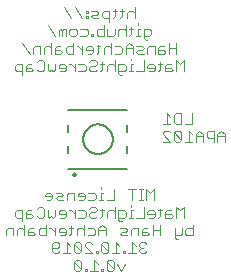
<source format=gbr>
G04 EAGLE Gerber RS-274X export*
G75*
%MOMM*%
%FSLAX34Y34*%
%LPD*%
%INSilkscreen Bottom*%
%IPPOS*%
%AMOC8*
5,1,8,0,0,1.08239X$1,22.5*%
G01*
%ADD10C,0.076200*%
%ADD11C,0.127000*%
%ADD12C,0.200000*%


D10*
X47193Y-51619D02*
X47193Y-42373D01*
X44111Y-45455D01*
X41029Y-42373D01*
X41029Y-51619D01*
X37985Y-51619D02*
X34903Y-51619D01*
X36444Y-51619D02*
X36444Y-42373D01*
X37985Y-42373D02*
X34903Y-42373D01*
X28765Y-42373D02*
X28765Y-51619D01*
X31847Y-42373D02*
X25683Y-42373D01*
X13431Y-42373D02*
X13431Y-51619D01*
X7267Y-51619D01*
X4223Y-45455D02*
X2682Y-45455D01*
X2682Y-51619D01*
X4223Y-51619D02*
X1141Y-51619D01*
X2682Y-42373D02*
X2682Y-40832D01*
X-3457Y-45455D02*
X-8079Y-45455D01*
X-3457Y-45455D02*
X-1916Y-46996D01*
X-1916Y-50078D01*
X-3457Y-51619D01*
X-8079Y-51619D01*
X-12664Y-51619D02*
X-15746Y-51619D01*
X-12664Y-51619D02*
X-11123Y-50078D01*
X-11123Y-46996D01*
X-12664Y-45455D01*
X-15746Y-45455D01*
X-17287Y-46996D01*
X-17287Y-48537D01*
X-11123Y-48537D01*
X-20331Y-51619D02*
X-20331Y-45455D01*
X-24954Y-45455D01*
X-26495Y-46996D01*
X-26495Y-51619D01*
X-29539Y-51619D02*
X-34162Y-51619D01*
X-35703Y-50078D01*
X-34162Y-48537D01*
X-31080Y-48537D01*
X-29539Y-46996D01*
X-31080Y-45455D01*
X-35703Y-45455D01*
X-40288Y-51619D02*
X-43370Y-51619D01*
X-40288Y-51619D02*
X-38747Y-50078D01*
X-38747Y-46996D01*
X-40288Y-45455D01*
X-43370Y-45455D01*
X-44911Y-46996D01*
X-44911Y-48537D01*
X-38747Y-48537D01*
X72515Y-57373D02*
X72515Y-66619D01*
X69433Y-60455D02*
X72515Y-57373D01*
X69433Y-60455D02*
X66351Y-57373D01*
X66351Y-66619D01*
X61766Y-60455D02*
X58684Y-60455D01*
X57143Y-61996D01*
X57143Y-66619D01*
X61766Y-66619D01*
X63307Y-65078D01*
X61766Y-63537D01*
X57143Y-63537D01*
X52558Y-65078D02*
X52558Y-58914D01*
X52558Y-65078D02*
X51017Y-66619D01*
X51017Y-60455D02*
X54099Y-60455D01*
X46419Y-66619D02*
X43337Y-66619D01*
X46419Y-66619D02*
X47960Y-65078D01*
X47960Y-61996D01*
X46419Y-60455D01*
X43337Y-60455D01*
X41796Y-61996D01*
X41796Y-63537D01*
X47960Y-63537D01*
X38753Y-66619D02*
X38753Y-57373D01*
X38753Y-66619D02*
X32589Y-66619D01*
X29545Y-60455D02*
X28004Y-60455D01*
X28004Y-66619D01*
X29545Y-66619D02*
X26463Y-66619D01*
X28004Y-57373D02*
X28004Y-55832D01*
X20324Y-69701D02*
X18783Y-69701D01*
X17242Y-68160D01*
X17242Y-60455D01*
X21865Y-60455D01*
X23406Y-61996D01*
X23406Y-65078D01*
X21865Y-66619D01*
X17242Y-66619D01*
X14198Y-66619D02*
X14198Y-57373D01*
X12657Y-60455D02*
X14198Y-61996D01*
X12657Y-60455D02*
X9575Y-60455D01*
X8034Y-61996D01*
X8034Y-66619D01*
X3449Y-65078D02*
X3449Y-58914D01*
X3449Y-65078D02*
X1909Y-66619D01*
X1909Y-60455D02*
X4990Y-60455D01*
X-5771Y-57373D02*
X-7312Y-58914D01*
X-5771Y-57373D02*
X-2689Y-57373D01*
X-1148Y-58914D01*
X-1148Y-60455D01*
X-2689Y-61996D01*
X-5771Y-61996D01*
X-7312Y-63537D01*
X-7312Y-65078D01*
X-5771Y-66619D01*
X-2689Y-66619D01*
X-1148Y-65078D01*
X-11897Y-60455D02*
X-16520Y-60455D01*
X-11897Y-60455D02*
X-10356Y-61996D01*
X-10356Y-65078D01*
X-11897Y-66619D01*
X-16520Y-66619D01*
X-19564Y-66619D02*
X-19564Y-60455D01*
X-19564Y-63537D02*
X-22646Y-60455D01*
X-24187Y-60455D01*
X-28778Y-66619D02*
X-31860Y-66619D01*
X-28778Y-66619D02*
X-27237Y-65078D01*
X-27237Y-61996D01*
X-28778Y-60455D01*
X-31860Y-60455D01*
X-33401Y-61996D01*
X-33401Y-63537D01*
X-27237Y-63537D01*
X-36445Y-65078D02*
X-36445Y-60455D01*
X-36445Y-65078D02*
X-37986Y-66619D01*
X-39527Y-65078D01*
X-41068Y-66619D01*
X-42609Y-65078D01*
X-42609Y-60455D01*
X-50276Y-57373D02*
X-51817Y-58914D01*
X-50276Y-57373D02*
X-47194Y-57373D01*
X-45653Y-58914D01*
X-45653Y-65078D01*
X-47194Y-66619D01*
X-50276Y-66619D01*
X-51817Y-65078D01*
X-56402Y-60455D02*
X-59484Y-60455D01*
X-61024Y-61996D01*
X-61024Y-66619D01*
X-56402Y-66619D01*
X-54861Y-65078D01*
X-56402Y-63537D01*
X-61024Y-63537D01*
X-64068Y-60455D02*
X-64068Y-69701D01*
X-64068Y-60455D02*
X-68691Y-60455D01*
X-70232Y-61996D01*
X-70232Y-65078D01*
X-68691Y-66619D01*
X-64068Y-66619D01*
X80188Y-72373D02*
X80188Y-81619D01*
X75565Y-81619D01*
X74024Y-80078D01*
X74024Y-76996D01*
X75565Y-75455D01*
X80188Y-75455D01*
X70980Y-75455D02*
X70980Y-80078D01*
X69439Y-81619D01*
X64816Y-81619D01*
X64816Y-83160D02*
X64816Y-75455D01*
X64816Y-83160D02*
X66357Y-84701D01*
X67898Y-84701D01*
X52564Y-81619D02*
X52564Y-72373D01*
X52564Y-76996D02*
X46400Y-76996D01*
X46400Y-72373D02*
X46400Y-81619D01*
X41816Y-75455D02*
X38734Y-75455D01*
X37193Y-76996D01*
X37193Y-81619D01*
X41816Y-81619D01*
X43356Y-80078D01*
X41816Y-78537D01*
X37193Y-78537D01*
X34149Y-81619D02*
X34149Y-75455D01*
X29526Y-75455D01*
X27985Y-76996D01*
X27985Y-81619D01*
X24941Y-81619D02*
X20318Y-81619D01*
X18777Y-80078D01*
X20318Y-78537D01*
X23400Y-78537D01*
X24941Y-76996D01*
X23400Y-75455D01*
X18777Y-75455D01*
X6525Y-75455D02*
X6525Y-81619D01*
X6525Y-75455D02*
X3443Y-72373D01*
X361Y-75455D01*
X361Y-81619D01*
X361Y-76996D02*
X6525Y-76996D01*
X-4224Y-75455D02*
X-8847Y-75455D01*
X-4224Y-75455D02*
X-2683Y-76996D01*
X-2683Y-80078D01*
X-4224Y-81619D01*
X-8847Y-81619D01*
X-11891Y-81619D02*
X-11891Y-72373D01*
X-13432Y-75455D02*
X-11891Y-76996D01*
X-13432Y-75455D02*
X-16514Y-75455D01*
X-18055Y-76996D01*
X-18055Y-81619D01*
X-22639Y-80078D02*
X-22639Y-73914D01*
X-22639Y-80078D02*
X-24180Y-81619D01*
X-24180Y-75455D02*
X-21098Y-75455D01*
X-28778Y-81619D02*
X-31860Y-81619D01*
X-28778Y-81619D02*
X-27237Y-80078D01*
X-27237Y-76996D01*
X-28778Y-75455D01*
X-31860Y-75455D01*
X-33401Y-76996D01*
X-33401Y-78537D01*
X-27237Y-78537D01*
X-36445Y-81619D02*
X-36445Y-75455D01*
X-36445Y-78537D02*
X-39527Y-75455D01*
X-41068Y-75455D01*
X-44118Y-72373D02*
X-44118Y-81619D01*
X-48741Y-81619D01*
X-50282Y-80078D01*
X-50282Y-76996D01*
X-48741Y-75455D01*
X-44118Y-75455D01*
X-54867Y-75455D02*
X-57949Y-75455D01*
X-59490Y-76996D01*
X-59490Y-81619D01*
X-54867Y-81619D01*
X-53326Y-80078D01*
X-54867Y-78537D01*
X-59490Y-78537D01*
X-62534Y-81619D02*
X-62534Y-72373D01*
X-64075Y-75455D02*
X-62534Y-76996D01*
X-64075Y-75455D02*
X-67157Y-75455D01*
X-68698Y-76996D01*
X-68698Y-81619D01*
X-71742Y-81619D02*
X-71742Y-75455D01*
X-76365Y-75455D01*
X-77906Y-76996D01*
X-77906Y-81619D01*
X39513Y-87373D02*
X41054Y-88914D01*
X39513Y-87373D02*
X36431Y-87373D01*
X34891Y-88914D01*
X34891Y-90455D01*
X36431Y-91996D01*
X37972Y-91996D01*
X36431Y-91996D02*
X34891Y-93537D01*
X34891Y-95078D01*
X36431Y-96619D01*
X39513Y-96619D01*
X41054Y-95078D01*
X31847Y-90455D02*
X28765Y-87373D01*
X28765Y-96619D01*
X31847Y-96619D02*
X25683Y-96619D01*
X22639Y-96619D02*
X22639Y-95078D01*
X21098Y-95078D01*
X21098Y-96619D01*
X22639Y-96619D01*
X18035Y-90455D02*
X14953Y-87373D01*
X14953Y-96619D01*
X18035Y-96619D02*
X11871Y-96619D01*
X8827Y-95078D02*
X8827Y-88914D01*
X7286Y-87373D01*
X4204Y-87373D01*
X2663Y-88914D01*
X2663Y-95078D01*
X4204Y-96619D01*
X7286Y-96619D01*
X8827Y-95078D01*
X2663Y-88914D01*
X-381Y-95078D02*
X-381Y-96619D01*
X-381Y-95078D02*
X-1922Y-95078D01*
X-1922Y-96619D01*
X-381Y-96619D01*
X-4985Y-96619D02*
X-11149Y-96619D01*
X-4985Y-96619D02*
X-11149Y-90455D01*
X-11149Y-88914D01*
X-9608Y-87373D01*
X-6526Y-87373D01*
X-4985Y-88914D01*
X-14193Y-88914D02*
X-14193Y-95078D01*
X-14193Y-88914D02*
X-15734Y-87373D01*
X-18816Y-87373D01*
X-20357Y-88914D01*
X-20357Y-95078D01*
X-18816Y-96619D01*
X-15734Y-96619D01*
X-14193Y-95078D01*
X-20357Y-88914D01*
X-23400Y-90455D02*
X-26482Y-87373D01*
X-26482Y-96619D01*
X-23400Y-96619D02*
X-29564Y-96619D01*
X-32608Y-95078D02*
X-34149Y-96619D01*
X-37231Y-96619D01*
X-38772Y-95078D01*
X-38772Y-88914D01*
X-37231Y-87373D01*
X-34149Y-87373D01*
X-32608Y-88914D01*
X-32608Y-90455D01*
X-34149Y-91996D01*
X-38772Y-91996D01*
X19557Y-111619D02*
X22639Y-105455D01*
X16475Y-105455D02*
X19557Y-111619D01*
X13431Y-110078D02*
X13431Y-103914D01*
X11890Y-102373D01*
X8808Y-102373D01*
X7267Y-103914D01*
X7267Y-110078D01*
X8808Y-111619D01*
X11890Y-111619D01*
X13431Y-110078D01*
X7267Y-103914D01*
X4223Y-110078D02*
X4223Y-111619D01*
X4223Y-110078D02*
X2682Y-110078D01*
X2682Y-111619D01*
X4223Y-111619D01*
X-381Y-105455D02*
X-3463Y-102373D01*
X-3463Y-111619D01*
X-381Y-111619D02*
X-6545Y-111619D01*
X-9589Y-111619D02*
X-9589Y-110078D01*
X-11130Y-110078D01*
X-11130Y-111619D01*
X-9589Y-111619D01*
X-14193Y-110078D02*
X-14193Y-103914D01*
X-15734Y-102373D01*
X-18816Y-102373D01*
X-20357Y-103914D01*
X-20357Y-110078D01*
X-18816Y-111619D01*
X-15734Y-111619D01*
X-14193Y-110078D01*
X-20357Y-103914D01*
X31079Y102381D02*
X31079Y111627D01*
X29538Y108545D02*
X31079Y107004D01*
X29538Y108545D02*
X26456Y108545D01*
X24915Y107004D01*
X24915Y102381D01*
X20330Y103922D02*
X20330Y110086D01*
X20330Y103922D02*
X18789Y102381D01*
X18789Y108545D02*
X21871Y108545D01*
X14192Y110086D02*
X14192Y103922D01*
X12651Y102381D01*
X12651Y108545D02*
X15733Y108545D01*
X9594Y108545D02*
X9594Y99299D01*
X9594Y108545D02*
X4971Y108545D01*
X3430Y107004D01*
X3430Y103922D01*
X4971Y102381D01*
X9594Y102381D01*
X386Y102381D02*
X-4237Y102381D01*
X-5778Y103922D01*
X-4237Y105463D01*
X-1155Y105463D01*
X386Y107004D01*
X-1155Y108545D01*
X-5778Y108545D01*
X-8821Y108545D02*
X-10362Y108545D01*
X-10362Y107004D01*
X-8821Y107004D01*
X-8821Y108545D01*
X-8821Y103922D02*
X-10362Y103922D01*
X-10362Y102381D01*
X-8821Y102381D01*
X-8821Y103922D01*
X-13425Y102381D02*
X-19589Y111627D01*
X-28797Y111627D02*
X-22633Y102381D01*
X40268Y84299D02*
X41809Y84299D01*
X40268Y84299D02*
X38727Y85840D01*
X38727Y93545D01*
X43350Y93545D01*
X44891Y92004D01*
X44891Y88922D01*
X43350Y87381D01*
X38727Y87381D01*
X35683Y93545D02*
X34142Y93545D01*
X34142Y87381D01*
X35683Y87381D02*
X32601Y87381D01*
X34142Y96627D02*
X34142Y98168D01*
X28004Y95086D02*
X28004Y88922D01*
X26463Y87381D01*
X26463Y93545D02*
X29545Y93545D01*
X23406Y96627D02*
X23406Y87381D01*
X23406Y92004D02*
X21865Y93545D01*
X18783Y93545D01*
X17242Y92004D01*
X17242Y87381D01*
X14198Y88922D02*
X14198Y93545D01*
X14198Y88922D02*
X12657Y87381D01*
X8034Y87381D01*
X8034Y93545D01*
X4990Y96627D02*
X4990Y87381D01*
X367Y87381D01*
X-1174Y88922D01*
X-1174Y92004D01*
X367Y93545D01*
X4990Y93545D01*
X-4217Y88922D02*
X-4217Y87381D01*
X-4217Y88922D02*
X-5758Y88922D01*
X-5758Y87381D01*
X-4217Y87381D01*
X-10362Y93545D02*
X-14985Y93545D01*
X-10362Y93545D02*
X-8821Y92004D01*
X-8821Y88922D01*
X-10362Y87381D01*
X-14985Y87381D01*
X-19570Y87381D02*
X-22652Y87381D01*
X-24193Y88922D01*
X-24193Y92004D01*
X-22652Y93545D01*
X-19570Y93545D01*
X-18029Y92004D01*
X-18029Y88922D01*
X-19570Y87381D01*
X-27237Y87381D02*
X-27237Y93545D01*
X-28778Y93545D01*
X-30319Y92004D01*
X-30319Y87381D01*
X-30319Y92004D02*
X-31860Y93545D01*
X-33401Y92004D01*
X-33401Y87381D01*
X-36445Y87381D02*
X-42609Y96627D01*
X66376Y81627D02*
X66376Y72381D01*
X66376Y77004D02*
X60212Y77004D01*
X60212Y81627D02*
X60212Y72381D01*
X55627Y78545D02*
X52545Y78545D01*
X51004Y77004D01*
X51004Y72381D01*
X55627Y72381D01*
X57168Y73922D01*
X55627Y75463D01*
X51004Y75463D01*
X47960Y72381D02*
X47960Y78545D01*
X43337Y78545D01*
X41796Y77004D01*
X41796Y72381D01*
X38753Y72381D02*
X34130Y72381D01*
X32589Y73922D01*
X34130Y75463D01*
X37212Y75463D01*
X38753Y77004D01*
X37212Y78545D01*
X32589Y78545D01*
X29545Y78545D02*
X29545Y72381D01*
X29545Y78545D02*
X26463Y81627D01*
X23381Y78545D01*
X23381Y72381D01*
X23381Y77004D02*
X29545Y77004D01*
X18796Y78545D02*
X14173Y78545D01*
X18796Y78545D02*
X20337Y77004D01*
X20337Y73922D01*
X18796Y72381D01*
X14173Y72381D01*
X11129Y72381D02*
X11129Y81627D01*
X9588Y78545D02*
X11129Y77004D01*
X9588Y78545D02*
X6506Y78545D01*
X4965Y77004D01*
X4965Y72381D01*
X380Y73922D02*
X380Y80086D01*
X380Y73922D02*
X-1161Y72381D01*
X-1161Y78545D02*
X1921Y78545D01*
X-5758Y72381D02*
X-8840Y72381D01*
X-5758Y72381D02*
X-4217Y73922D01*
X-4217Y77004D01*
X-5758Y78545D01*
X-8840Y78545D01*
X-10381Y77004D01*
X-10381Y75463D01*
X-4217Y75463D01*
X-13425Y72381D02*
X-13425Y78545D01*
X-13425Y75463D02*
X-16507Y78545D01*
X-18048Y78545D01*
X-21098Y81627D02*
X-21098Y72381D01*
X-25721Y72381D01*
X-27262Y73922D01*
X-27262Y77004D01*
X-25721Y78545D01*
X-21098Y78545D01*
X-31847Y78545D02*
X-34929Y78545D01*
X-36470Y77004D01*
X-36470Y72381D01*
X-31847Y72381D01*
X-30306Y73922D01*
X-31847Y75463D01*
X-36470Y75463D01*
X-39514Y72381D02*
X-39514Y81627D01*
X-41055Y78545D02*
X-39514Y77004D01*
X-41055Y78545D02*
X-44137Y78545D01*
X-45678Y77004D01*
X-45678Y72381D01*
X-48722Y72381D02*
X-48722Y78545D01*
X-53345Y78545D01*
X-54886Y77004D01*
X-54886Y72381D01*
X-57930Y72381D02*
X-64094Y81627D01*
X72515Y66627D02*
X72515Y57381D01*
X69433Y63545D02*
X72515Y66627D01*
X69433Y63545D02*
X66351Y66627D01*
X66351Y57381D01*
X61766Y63545D02*
X58684Y63545D01*
X57143Y62004D01*
X57143Y57381D01*
X61766Y57381D01*
X63307Y58922D01*
X61766Y60463D01*
X57143Y60463D01*
X52558Y58922D02*
X52558Y65086D01*
X52558Y58922D02*
X51017Y57381D01*
X51017Y63545D02*
X54099Y63545D01*
X46419Y57381D02*
X43337Y57381D01*
X46419Y57381D02*
X47960Y58922D01*
X47960Y62004D01*
X46419Y63545D01*
X43337Y63545D01*
X41796Y62004D01*
X41796Y60463D01*
X47960Y60463D01*
X38753Y57381D02*
X38753Y66627D01*
X38753Y57381D02*
X32589Y57381D01*
X29545Y63545D02*
X28004Y63545D01*
X28004Y57381D01*
X29545Y57381D02*
X26463Y57381D01*
X28004Y66627D02*
X28004Y68168D01*
X20324Y54299D02*
X18783Y54299D01*
X17242Y55840D01*
X17242Y63545D01*
X21865Y63545D01*
X23406Y62004D01*
X23406Y58922D01*
X21865Y57381D01*
X17242Y57381D01*
X14198Y57381D02*
X14198Y66627D01*
X12657Y63545D02*
X14198Y62004D01*
X12657Y63545D02*
X9575Y63545D01*
X8034Y62004D01*
X8034Y57381D01*
X3449Y58922D02*
X3449Y65086D01*
X3449Y58922D02*
X1909Y57381D01*
X1909Y63545D02*
X4990Y63545D01*
X-5771Y66627D02*
X-7312Y65086D01*
X-5771Y66627D02*
X-2689Y66627D01*
X-1148Y65086D01*
X-1148Y63545D01*
X-2689Y62004D01*
X-5771Y62004D01*
X-7312Y60463D01*
X-7312Y58922D01*
X-5771Y57381D01*
X-2689Y57381D01*
X-1148Y58922D01*
X-11897Y63545D02*
X-16520Y63545D01*
X-11897Y63545D02*
X-10356Y62004D01*
X-10356Y58922D01*
X-11897Y57381D01*
X-16520Y57381D01*
X-19564Y57381D02*
X-19564Y63545D01*
X-19564Y60463D02*
X-22646Y63545D01*
X-24187Y63545D01*
X-28778Y57381D02*
X-31860Y57381D01*
X-28778Y57381D02*
X-27237Y58922D01*
X-27237Y62004D01*
X-28778Y63545D01*
X-31860Y63545D01*
X-33401Y62004D01*
X-33401Y60463D01*
X-27237Y60463D01*
X-36445Y58922D02*
X-36445Y63545D01*
X-36445Y58922D02*
X-37986Y57381D01*
X-39527Y58922D01*
X-41068Y57381D01*
X-42609Y58922D01*
X-42609Y63545D01*
X-50276Y66627D02*
X-51817Y65086D01*
X-50276Y66627D02*
X-47194Y66627D01*
X-45653Y65086D01*
X-45653Y58922D01*
X-47194Y57381D01*
X-50276Y57381D01*
X-51817Y58922D01*
X-56402Y63545D02*
X-59484Y63545D01*
X-61024Y62004D01*
X-61024Y57381D01*
X-56402Y57381D01*
X-54861Y58922D01*
X-56402Y60463D01*
X-61024Y60463D01*
X-64068Y63545D02*
X-64068Y54299D01*
X-64068Y63545D02*
X-68691Y63545D01*
X-70232Y62004D01*
X-70232Y58922D01*
X-68691Y57381D01*
X-64068Y57381D01*
D11*
X-25000Y25000D02*
X25000Y25000D01*
X25000Y12000D02*
X25000Y6000D01*
X25000Y-25000D02*
X-25000Y-25000D01*
X-12500Y0D02*
X-12496Y302D01*
X-12485Y604D01*
X-12467Y905D01*
X-12442Y1206D01*
X-12409Y1507D01*
X-12369Y1806D01*
X-12322Y2104D01*
X-12267Y2402D01*
X-12206Y2697D01*
X-12137Y2991D01*
X-12061Y3284D01*
X-11978Y3574D01*
X-11888Y3863D01*
X-11791Y4149D01*
X-11688Y4433D01*
X-11577Y4714D01*
X-11460Y4992D01*
X-11336Y5268D01*
X-11205Y5540D01*
X-11068Y5809D01*
X-10925Y6075D01*
X-10775Y6337D01*
X-10618Y6596D01*
X-10456Y6850D01*
X-10287Y7101D01*
X-10113Y7347D01*
X-9932Y7590D01*
X-9746Y7827D01*
X-9554Y8061D01*
X-9356Y8289D01*
X-9153Y8513D01*
X-8945Y8731D01*
X-8731Y8945D01*
X-8513Y9153D01*
X-8289Y9356D01*
X-8061Y9554D01*
X-7827Y9746D01*
X-7590Y9932D01*
X-7347Y10113D01*
X-7101Y10287D01*
X-6850Y10456D01*
X-6596Y10618D01*
X-6337Y10775D01*
X-6075Y10925D01*
X-5809Y11068D01*
X-5540Y11205D01*
X-5268Y11336D01*
X-4992Y11460D01*
X-4714Y11577D01*
X-4433Y11688D01*
X-4149Y11791D01*
X-3863Y11888D01*
X-3574Y11978D01*
X-3284Y12061D01*
X-2991Y12137D01*
X-2697Y12206D01*
X-2402Y12267D01*
X-2104Y12322D01*
X-1806Y12369D01*
X-1507Y12409D01*
X-1206Y12442D01*
X-905Y12467D01*
X-604Y12485D01*
X-302Y12496D01*
X0Y12500D01*
X307Y12496D01*
X613Y12485D01*
X920Y12466D01*
X1225Y12440D01*
X1530Y12406D01*
X1834Y12365D01*
X2137Y12316D01*
X2439Y12260D01*
X2739Y12196D01*
X3037Y12125D01*
X3334Y12047D01*
X3629Y11962D01*
X3921Y11869D01*
X4211Y11769D01*
X4499Y11662D01*
X4784Y11548D01*
X5066Y11428D01*
X5344Y11300D01*
X5620Y11165D01*
X5892Y11024D01*
X6161Y10876D01*
X6426Y10722D01*
X6687Y10561D01*
X6945Y10393D01*
X7198Y10220D01*
X7446Y10040D01*
X7690Y9854D01*
X7930Y9663D01*
X8165Y9465D01*
X8394Y9262D01*
X8619Y9053D01*
X8839Y8839D01*
X9053Y8619D01*
X9262Y8394D01*
X9465Y8165D01*
X9663Y7930D01*
X9854Y7690D01*
X10040Y7446D01*
X10220Y7198D01*
X10393Y6945D01*
X10561Y6687D01*
X10722Y6426D01*
X10876Y6161D01*
X11024Y5892D01*
X11165Y5620D01*
X11300Y5344D01*
X11428Y5066D01*
X11548Y4784D01*
X11662Y4499D01*
X11769Y4211D01*
X11869Y3921D01*
X11962Y3629D01*
X12047Y3334D01*
X12125Y3037D01*
X12196Y2739D01*
X12260Y2439D01*
X12316Y2137D01*
X12365Y1834D01*
X12406Y1530D01*
X12440Y1225D01*
X12466Y920D01*
X12485Y613D01*
X12496Y307D01*
X12500Y0D01*
X12496Y-302D01*
X12485Y-604D01*
X12467Y-905D01*
X12442Y-1206D01*
X12409Y-1507D01*
X12369Y-1806D01*
X12322Y-2104D01*
X12267Y-2402D01*
X12206Y-2697D01*
X12137Y-2991D01*
X12061Y-3284D01*
X11978Y-3574D01*
X11888Y-3863D01*
X11791Y-4149D01*
X11688Y-4433D01*
X11577Y-4714D01*
X11460Y-4992D01*
X11336Y-5268D01*
X11205Y-5540D01*
X11068Y-5809D01*
X10925Y-6075D01*
X10775Y-6337D01*
X10618Y-6596D01*
X10456Y-6850D01*
X10287Y-7101D01*
X10113Y-7347D01*
X9932Y-7590D01*
X9746Y-7827D01*
X9554Y-8061D01*
X9356Y-8289D01*
X9153Y-8513D01*
X8945Y-8731D01*
X8731Y-8945D01*
X8513Y-9153D01*
X8289Y-9356D01*
X8061Y-9554D01*
X7827Y-9746D01*
X7590Y-9932D01*
X7347Y-10113D01*
X7101Y-10287D01*
X6850Y-10456D01*
X6596Y-10618D01*
X6337Y-10775D01*
X6075Y-10925D01*
X5809Y-11068D01*
X5540Y-11205D01*
X5268Y-11336D01*
X4992Y-11460D01*
X4714Y-11577D01*
X4433Y-11688D01*
X4149Y-11791D01*
X3863Y-11888D01*
X3574Y-11978D01*
X3284Y-12061D01*
X2991Y-12137D01*
X2697Y-12206D01*
X2402Y-12267D01*
X2104Y-12322D01*
X1806Y-12369D01*
X1507Y-12409D01*
X1206Y-12442D01*
X905Y-12467D01*
X604Y-12485D01*
X302Y-12496D01*
X0Y-12500D01*
X-302Y-12496D01*
X-604Y-12485D01*
X-905Y-12467D01*
X-1206Y-12442D01*
X-1507Y-12409D01*
X-1806Y-12369D01*
X-2104Y-12322D01*
X-2402Y-12267D01*
X-2697Y-12206D01*
X-2991Y-12137D01*
X-3284Y-12061D01*
X-3574Y-11978D01*
X-3863Y-11888D01*
X-4149Y-11791D01*
X-4433Y-11688D01*
X-4714Y-11577D01*
X-4992Y-11460D01*
X-5268Y-11336D01*
X-5540Y-11205D01*
X-5809Y-11068D01*
X-6075Y-10925D01*
X-6337Y-10775D01*
X-6596Y-10618D01*
X-6850Y-10456D01*
X-7101Y-10287D01*
X-7347Y-10113D01*
X-7590Y-9932D01*
X-7827Y-9746D01*
X-8061Y-9554D01*
X-8289Y-9356D01*
X-8513Y-9153D01*
X-8731Y-8945D01*
X-8945Y-8731D01*
X-9153Y-8513D01*
X-9356Y-8289D01*
X-9554Y-8061D01*
X-9746Y-7827D01*
X-9932Y-7590D01*
X-10113Y-7347D01*
X-10287Y-7101D01*
X-10456Y-6850D01*
X-10618Y-6596D01*
X-10775Y-6337D01*
X-10925Y-6075D01*
X-11068Y-5809D01*
X-11205Y-5540D01*
X-11336Y-5268D01*
X-11460Y-4992D01*
X-11577Y-4714D01*
X-11688Y-4433D01*
X-11791Y-4149D01*
X-11888Y-3863D01*
X-11978Y-3574D01*
X-12061Y-3284D01*
X-12137Y-2991D01*
X-12206Y-2697D01*
X-12267Y-2402D01*
X-12322Y-2104D01*
X-12369Y-1806D01*
X-12409Y-1507D01*
X-12442Y-1206D01*
X-12467Y-905D01*
X-12485Y-604D01*
X-12496Y-302D01*
X-12500Y0D01*
X-25000Y6000D02*
X-25000Y12000D01*
X25000Y-6000D02*
X25000Y-12000D01*
X-25000Y-12000D02*
X-25000Y-6000D01*
D12*
X-21000Y-30000D02*
X-20998Y-29937D01*
X-20992Y-29875D01*
X-20982Y-29813D01*
X-20969Y-29751D01*
X-20951Y-29691D01*
X-20930Y-29632D01*
X-20905Y-29574D01*
X-20876Y-29518D01*
X-20844Y-29464D01*
X-20809Y-29412D01*
X-20771Y-29363D01*
X-20729Y-29315D01*
X-20685Y-29271D01*
X-20637Y-29229D01*
X-20588Y-29191D01*
X-20536Y-29156D01*
X-20482Y-29124D01*
X-20426Y-29095D01*
X-20368Y-29070D01*
X-20309Y-29049D01*
X-20249Y-29031D01*
X-20187Y-29018D01*
X-20125Y-29008D01*
X-20063Y-29002D01*
X-20000Y-29000D01*
X-19937Y-29002D01*
X-19875Y-29008D01*
X-19813Y-29018D01*
X-19751Y-29031D01*
X-19691Y-29049D01*
X-19632Y-29070D01*
X-19574Y-29095D01*
X-19518Y-29124D01*
X-19464Y-29156D01*
X-19412Y-29191D01*
X-19363Y-29229D01*
X-19315Y-29271D01*
X-19271Y-29315D01*
X-19229Y-29363D01*
X-19191Y-29412D01*
X-19156Y-29464D01*
X-19124Y-29518D01*
X-19095Y-29574D01*
X-19070Y-29632D01*
X-19049Y-29691D01*
X-19031Y-29751D01*
X-19018Y-29813D01*
X-19008Y-29875D01*
X-19002Y-29937D01*
X-19000Y-30000D01*
X-19002Y-30063D01*
X-19008Y-30125D01*
X-19018Y-30187D01*
X-19031Y-30249D01*
X-19049Y-30309D01*
X-19070Y-30368D01*
X-19095Y-30426D01*
X-19124Y-30482D01*
X-19156Y-30536D01*
X-19191Y-30588D01*
X-19229Y-30637D01*
X-19271Y-30685D01*
X-19315Y-30729D01*
X-19363Y-30771D01*
X-19412Y-30809D01*
X-19464Y-30844D01*
X-19518Y-30876D01*
X-19574Y-30905D01*
X-19632Y-30930D01*
X-19691Y-30951D01*
X-19751Y-30969D01*
X-19813Y-30982D01*
X-19875Y-30992D01*
X-19937Y-30998D01*
X-20000Y-31000D01*
X-20063Y-30998D01*
X-20125Y-30992D01*
X-20187Y-30982D01*
X-20249Y-30969D01*
X-20309Y-30951D01*
X-20368Y-30930D01*
X-20426Y-30905D01*
X-20482Y-30876D01*
X-20536Y-30844D01*
X-20588Y-30809D01*
X-20637Y-30771D01*
X-20685Y-30729D01*
X-20729Y-30685D01*
X-20771Y-30637D01*
X-20809Y-30588D01*
X-20844Y-30536D01*
X-20876Y-30482D01*
X-20905Y-30426D01*
X-20930Y-30368D01*
X-20951Y-30309D01*
X-20969Y-30249D01*
X-20982Y-30187D01*
X-20992Y-30125D01*
X-20998Y-30063D01*
X-21000Y-30000D01*
D10*
X79743Y12881D02*
X79743Y22127D01*
X79743Y12881D02*
X73579Y12881D01*
X70535Y12881D02*
X70535Y22127D01*
X70535Y12881D02*
X65912Y12881D01*
X64371Y14422D01*
X64371Y20586D01*
X65912Y22127D01*
X70535Y22127D01*
X61327Y19045D02*
X58245Y22127D01*
X58245Y12881D01*
X61327Y12881D02*
X55163Y12881D01*
X107366Y4045D02*
X107366Y-2119D01*
X107366Y4045D02*
X104284Y7127D01*
X101202Y4045D01*
X101202Y-2119D01*
X101202Y2504D02*
X107366Y2504D01*
X98158Y-2119D02*
X98158Y7127D01*
X93535Y7127D01*
X91994Y5586D01*
X91994Y2504D01*
X93535Y963D01*
X98158Y963D01*
X88951Y-2119D02*
X88951Y4045D01*
X85869Y7127D01*
X82787Y4045D01*
X82787Y-2119D01*
X82787Y2504D02*
X88951Y2504D01*
X79743Y4045D02*
X76661Y7127D01*
X76661Y-2119D01*
X79743Y-2119D02*
X73579Y-2119D01*
X70535Y-578D02*
X70535Y5586D01*
X68994Y7127D01*
X65912Y7127D01*
X64371Y5586D01*
X64371Y-578D01*
X65912Y-2119D01*
X68994Y-2119D01*
X70535Y-578D01*
X64371Y5586D01*
X61327Y-2119D02*
X55163Y-2119D01*
X61327Y-2119D02*
X55163Y4045D01*
X55163Y5586D01*
X56704Y7127D01*
X59786Y7127D01*
X61327Y5586D01*
M02*

</source>
